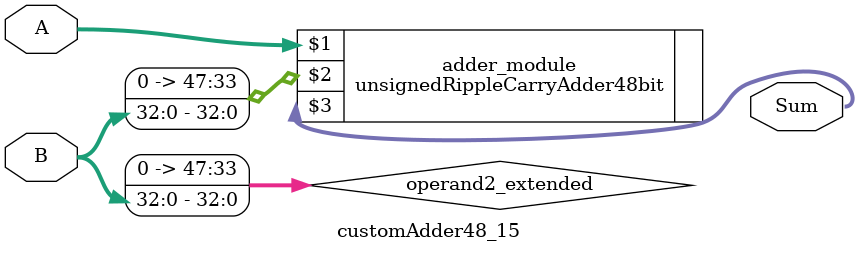
<source format=v>
module customAdder48_15(
                        input [47 : 0] A,
                        input [32 : 0] B,
                        
                        output [48 : 0] Sum
                );

        wire [47 : 0] operand2_extended;
        
        assign operand2_extended =  {15'b0, B};
        
        unsignedRippleCarryAdder48bit adder_module(
            A,
            operand2_extended,
            Sum
        );
        
        endmodule
        
</source>
